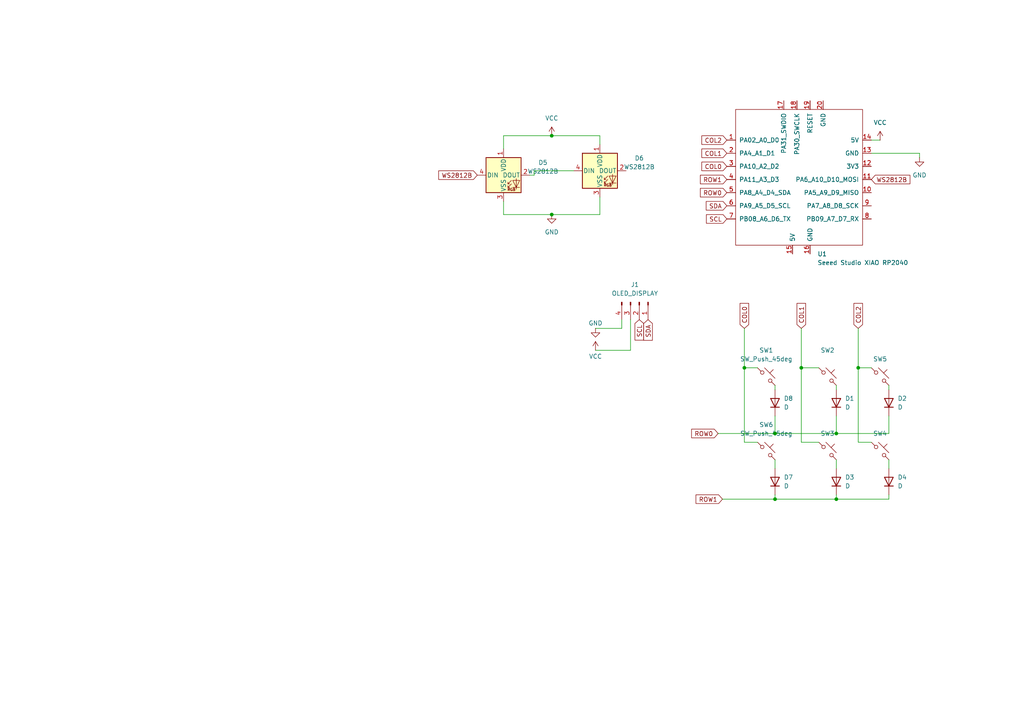
<source format=kicad_sch>
(kicad_sch
	(version 20250114)
	(generator "eeschema")
	(generator_version "9.0")
	(uuid "f65096a5-de36-43ec-a6b8-578e08d6d529")
	(paper "A4")
	(lib_symbols
		(symbol "Connector:Conn_01x04_Pin"
			(pin_names
				(offset 1.016)
				(hide yes)
			)
			(exclude_from_sim no)
			(in_bom yes)
			(on_board yes)
			(property "Reference" "J"
				(at 0 5.08 0)
				(effects
					(font
						(size 1.27 1.27)
					)
				)
			)
			(property "Value" "Conn_01x04_Pin"
				(at 0 -7.62 0)
				(effects
					(font
						(size 1.27 1.27)
					)
				)
			)
			(property "Footprint" ""
				(at 0 0 0)
				(effects
					(font
						(size 1.27 1.27)
					)
					(hide yes)
				)
			)
			(property "Datasheet" "~"
				(at 0 0 0)
				(effects
					(font
						(size 1.27 1.27)
					)
					(hide yes)
				)
			)
			(property "Description" "Generic connector, single row, 01x04, script generated"
				(at 0 0 0)
				(effects
					(font
						(size 1.27 1.27)
					)
					(hide yes)
				)
			)
			(property "ki_locked" ""
				(at 0 0 0)
				(effects
					(font
						(size 1.27 1.27)
					)
				)
			)
			(property "ki_keywords" "connector"
				(at 0 0 0)
				(effects
					(font
						(size 1.27 1.27)
					)
					(hide yes)
				)
			)
			(property "ki_fp_filters" "Connector*:*_1x??_*"
				(at 0 0 0)
				(effects
					(font
						(size 1.27 1.27)
					)
					(hide yes)
				)
			)
			(symbol "Conn_01x04_Pin_1_1"
				(rectangle
					(start 0.8636 2.667)
					(end 0 2.413)
					(stroke
						(width 0.1524)
						(type default)
					)
					(fill
						(type outline)
					)
				)
				(rectangle
					(start 0.8636 0.127)
					(end 0 -0.127)
					(stroke
						(width 0.1524)
						(type default)
					)
					(fill
						(type outline)
					)
				)
				(rectangle
					(start 0.8636 -2.413)
					(end 0 -2.667)
					(stroke
						(width 0.1524)
						(type default)
					)
					(fill
						(type outline)
					)
				)
				(rectangle
					(start 0.8636 -4.953)
					(end 0 -5.207)
					(stroke
						(width 0.1524)
						(type default)
					)
					(fill
						(type outline)
					)
				)
				(polyline
					(pts
						(xy 1.27 2.54) (xy 0.8636 2.54)
					)
					(stroke
						(width 0.1524)
						(type default)
					)
					(fill
						(type none)
					)
				)
				(polyline
					(pts
						(xy 1.27 0) (xy 0.8636 0)
					)
					(stroke
						(width 0.1524)
						(type default)
					)
					(fill
						(type none)
					)
				)
				(polyline
					(pts
						(xy 1.27 -2.54) (xy 0.8636 -2.54)
					)
					(stroke
						(width 0.1524)
						(type default)
					)
					(fill
						(type none)
					)
				)
				(polyline
					(pts
						(xy 1.27 -5.08) (xy 0.8636 -5.08)
					)
					(stroke
						(width 0.1524)
						(type default)
					)
					(fill
						(type none)
					)
				)
				(pin passive line
					(at 5.08 2.54 180)
					(length 3.81)
					(name "Pin_1"
						(effects
							(font
								(size 1.27 1.27)
							)
						)
					)
					(number "1"
						(effects
							(font
								(size 1.27 1.27)
							)
						)
					)
				)
				(pin passive line
					(at 5.08 0 180)
					(length 3.81)
					(name "Pin_2"
						(effects
							(font
								(size 1.27 1.27)
							)
						)
					)
					(number "2"
						(effects
							(font
								(size 1.27 1.27)
							)
						)
					)
				)
				(pin passive line
					(at 5.08 -2.54 180)
					(length 3.81)
					(name "Pin_3"
						(effects
							(font
								(size 1.27 1.27)
							)
						)
					)
					(number "3"
						(effects
							(font
								(size 1.27 1.27)
							)
						)
					)
				)
				(pin passive line
					(at 5.08 -5.08 180)
					(length 3.81)
					(name "Pin_4"
						(effects
							(font
								(size 1.27 1.27)
							)
						)
					)
					(number "4"
						(effects
							(font
								(size 1.27 1.27)
							)
						)
					)
				)
			)
			(embedded_fonts no)
		)
		(symbol "Device:D"
			(pin_numbers
				(hide yes)
			)
			(pin_names
				(offset 1.016)
				(hide yes)
			)
			(exclude_from_sim no)
			(in_bom yes)
			(on_board yes)
			(property "Reference" "D"
				(at 0 2.54 0)
				(effects
					(font
						(size 1.27 1.27)
					)
				)
			)
			(property "Value" "D"
				(at 0 -2.54 0)
				(effects
					(font
						(size 1.27 1.27)
					)
				)
			)
			(property "Footprint" ""
				(at 0 0 0)
				(effects
					(font
						(size 1.27 1.27)
					)
					(hide yes)
				)
			)
			(property "Datasheet" "~"
				(at 0 0 0)
				(effects
					(font
						(size 1.27 1.27)
					)
					(hide yes)
				)
			)
			(property "Description" "Diode"
				(at 0 0 0)
				(effects
					(font
						(size 1.27 1.27)
					)
					(hide yes)
				)
			)
			(property "Sim.Device" "D"
				(at 0 0 0)
				(effects
					(font
						(size 1.27 1.27)
					)
					(hide yes)
				)
			)
			(property "Sim.Pins" "1=K 2=A"
				(at 0 0 0)
				(effects
					(font
						(size 1.27 1.27)
					)
					(hide yes)
				)
			)
			(property "ki_keywords" "diode"
				(at 0 0 0)
				(effects
					(font
						(size 1.27 1.27)
					)
					(hide yes)
				)
			)
			(property "ki_fp_filters" "TO-???* *_Diode_* *SingleDiode* D_*"
				(at 0 0 0)
				(effects
					(font
						(size 1.27 1.27)
					)
					(hide yes)
				)
			)
			(symbol "D_0_1"
				(polyline
					(pts
						(xy -1.27 1.27) (xy -1.27 -1.27)
					)
					(stroke
						(width 0.254)
						(type default)
					)
					(fill
						(type none)
					)
				)
				(polyline
					(pts
						(xy 1.27 1.27) (xy 1.27 -1.27) (xy -1.27 0) (xy 1.27 1.27)
					)
					(stroke
						(width 0.254)
						(type default)
					)
					(fill
						(type none)
					)
				)
				(polyline
					(pts
						(xy 1.27 0) (xy -1.27 0)
					)
					(stroke
						(width 0)
						(type default)
					)
					(fill
						(type none)
					)
				)
			)
			(symbol "D_1_1"
				(pin passive line
					(at -3.81 0 0)
					(length 2.54)
					(name "K"
						(effects
							(font
								(size 1.27 1.27)
							)
						)
					)
					(number "1"
						(effects
							(font
								(size 1.27 1.27)
							)
						)
					)
				)
				(pin passive line
					(at 3.81 0 180)
					(length 2.54)
					(name "A"
						(effects
							(font
								(size 1.27 1.27)
							)
						)
					)
					(number "2"
						(effects
							(font
								(size 1.27 1.27)
							)
						)
					)
				)
			)
			(embedded_fonts no)
		)
		(symbol "LED:WS2812B"
			(pin_names
				(offset 0.254)
			)
			(exclude_from_sim no)
			(in_bom yes)
			(on_board yes)
			(property "Reference" "D"
				(at 5.08 5.715 0)
				(effects
					(font
						(size 1.27 1.27)
					)
					(justify right bottom)
				)
			)
			(property "Value" "WS2812B"
				(at 1.27 -5.715 0)
				(effects
					(font
						(size 1.27 1.27)
					)
					(justify left top)
				)
			)
			(property "Footprint" "LED_SMD:LED_WS2812B_PLCC4_5.0x5.0mm_P3.2mm"
				(at 1.27 -7.62 0)
				(effects
					(font
						(size 1.27 1.27)
					)
					(justify left top)
					(hide yes)
				)
			)
			(property "Datasheet" "https://cdn-shop.adafruit.com/datasheets/WS2812B.pdf"
				(at 2.54 -9.525 0)
				(effects
					(font
						(size 1.27 1.27)
					)
					(justify left top)
					(hide yes)
				)
			)
			(property "Description" "RGB LED with integrated controller"
				(at 0 0 0)
				(effects
					(font
						(size 1.27 1.27)
					)
					(hide yes)
				)
			)
			(property "ki_keywords" "RGB LED NeoPixel addressable"
				(at 0 0 0)
				(effects
					(font
						(size 1.27 1.27)
					)
					(hide yes)
				)
			)
			(property "ki_fp_filters" "LED*WS2812*PLCC*5.0x5.0mm*P3.2mm*"
				(at 0 0 0)
				(effects
					(font
						(size 1.27 1.27)
					)
					(hide yes)
				)
			)
			(symbol "WS2812B_0_0"
				(text "RGB"
					(at 2.286 -4.191 0)
					(effects
						(font
							(size 0.762 0.762)
						)
					)
				)
			)
			(symbol "WS2812B_0_1"
				(polyline
					(pts
						(xy 1.27 -2.54) (xy 1.778 -2.54)
					)
					(stroke
						(width 0)
						(type default)
					)
					(fill
						(type none)
					)
				)
				(polyline
					(pts
						(xy 1.27 -3.556) (xy 1.778 -3.556)
					)
					(stroke
						(width 0)
						(type default)
					)
					(fill
						(type none)
					)
				)
				(polyline
					(pts
						(xy 2.286 -1.524) (xy 1.27 -2.54) (xy 1.27 -2.032)
					)
					(stroke
						(width 0)
						(type default)
					)
					(fill
						(type none)
					)
				)
				(polyline
					(pts
						(xy 2.286 -2.54) (xy 1.27 -3.556) (xy 1.27 -3.048)
					)
					(stroke
						(width 0)
						(type default)
					)
					(fill
						(type none)
					)
				)
				(polyline
					(pts
						(xy 3.683 -1.016) (xy 3.683 -3.556) (xy 3.683 -4.064)
					)
					(stroke
						(width 0)
						(type default)
					)
					(fill
						(type none)
					)
				)
				(polyline
					(pts
						(xy 4.699 -1.524) (xy 2.667 -1.524) (xy 3.683 -3.556) (xy 4.699 -1.524)
					)
					(stroke
						(width 0)
						(type default)
					)
					(fill
						(type none)
					)
				)
				(polyline
					(pts
						(xy 4.699 -3.556) (xy 2.667 -3.556)
					)
					(stroke
						(width 0)
						(type default)
					)
					(fill
						(type none)
					)
				)
				(rectangle
					(start 5.08 5.08)
					(end -5.08 -5.08)
					(stroke
						(width 0.254)
						(type default)
					)
					(fill
						(type background)
					)
				)
			)
			(symbol "WS2812B_1_1"
				(pin input line
					(at -7.62 0 0)
					(length 2.54)
					(name "DIN"
						(effects
							(font
								(size 1.27 1.27)
							)
						)
					)
					(number "4"
						(effects
							(font
								(size 1.27 1.27)
							)
						)
					)
				)
				(pin power_in line
					(at 0 7.62 270)
					(length 2.54)
					(name "VDD"
						(effects
							(font
								(size 1.27 1.27)
							)
						)
					)
					(number "1"
						(effects
							(font
								(size 1.27 1.27)
							)
						)
					)
				)
				(pin power_in line
					(at 0 -7.62 90)
					(length 2.54)
					(name "VSS"
						(effects
							(font
								(size 1.27 1.27)
							)
						)
					)
					(number "3"
						(effects
							(font
								(size 1.27 1.27)
							)
						)
					)
				)
				(pin output line
					(at 7.62 0 180)
					(length 2.54)
					(name "DOUT"
						(effects
							(font
								(size 1.27 1.27)
							)
						)
					)
					(number "2"
						(effects
							(font
								(size 1.27 1.27)
							)
						)
					)
				)
			)
			(embedded_fonts no)
		)
		(symbol "Seeed_Studio_XIAO_Series:Seeed Studio XIAO SAMD21"
			(pin_names
				(offset 1.016)
			)
			(exclude_from_sim no)
			(in_bom yes)
			(on_board yes)
			(property "Reference" "U"
				(at -19.05 22.86 0)
				(effects
					(font
						(size 1.27 1.27)
					)
				)
			)
			(property "Value" "Seeed Studio XIAO SAMD21"
				(at -12.7 21.59 0)
				(effects
					(font
						(size 1.27 1.27)
					)
				)
			)
			(property "Footprint" ""
				(at -8.89 5.08 0)
				(effects
					(font
						(size 1.27 1.27)
					)
					(hide yes)
				)
			)
			(property "Datasheet" ""
				(at -8.89 5.08 0)
				(effects
					(font
						(size 1.27 1.27)
					)
					(hide yes)
				)
			)
			(property "Description" ""
				(at 0 0 0)
				(effects
					(font
						(size 1.27 1.27)
					)
					(hide yes)
				)
			)
			(symbol "Seeed Studio XIAO SAMD21_0_1"
				(rectangle
					(start -19.05 20.32)
					(end 17.78 -19.05)
					(stroke
						(width 0)
						(type default)
					)
					(fill
						(type none)
					)
				)
			)
			(symbol "Seeed Studio XIAO SAMD21_1_1"
				(pin unspecified line
					(at -21.59 11.43 0)
					(length 2.54)
					(name "PA02_A0_D0"
						(effects
							(font
								(size 1.27 1.27)
							)
						)
					)
					(number "1"
						(effects
							(font
								(size 1.27 1.27)
							)
						)
					)
				)
				(pin unspecified line
					(at -21.59 7.62 0)
					(length 2.54)
					(name "PA4_A1_D1"
						(effects
							(font
								(size 1.27 1.27)
							)
						)
					)
					(number "2"
						(effects
							(font
								(size 1.27 1.27)
							)
						)
					)
				)
				(pin unspecified line
					(at -21.59 3.81 0)
					(length 2.54)
					(name "PA10_A2_D2"
						(effects
							(font
								(size 1.27 1.27)
							)
						)
					)
					(number "3"
						(effects
							(font
								(size 1.27 1.27)
							)
						)
					)
				)
				(pin unspecified line
					(at -21.59 0 0)
					(length 2.54)
					(name "PA11_A3_D3"
						(effects
							(font
								(size 1.27 1.27)
							)
						)
					)
					(number "4"
						(effects
							(font
								(size 1.27 1.27)
							)
						)
					)
				)
				(pin unspecified line
					(at -21.59 -3.81 0)
					(length 2.54)
					(name "PA8_A4_D4_SDA"
						(effects
							(font
								(size 1.27 1.27)
							)
						)
					)
					(number "5"
						(effects
							(font
								(size 1.27 1.27)
							)
						)
					)
				)
				(pin unspecified line
					(at -21.59 -7.62 0)
					(length 2.54)
					(name "PA9_A5_D5_SCL"
						(effects
							(font
								(size 1.27 1.27)
							)
						)
					)
					(number "6"
						(effects
							(font
								(size 1.27 1.27)
							)
						)
					)
				)
				(pin unspecified line
					(at -21.59 -11.43 0)
					(length 2.54)
					(name "PB08_A6_D6_TX"
						(effects
							(font
								(size 1.27 1.27)
							)
						)
					)
					(number "7"
						(effects
							(font
								(size 1.27 1.27)
							)
						)
					)
				)
				(pin input line
					(at -5.08 22.86 270)
					(length 2.54)
					(name "PA31_SWDIO"
						(effects
							(font
								(size 1.27 1.27)
							)
						)
					)
					(number "17"
						(effects
							(font
								(size 1.27 1.27)
							)
						)
					)
				)
				(pin input line
					(at -2.54 -21.59 90)
					(length 2.54)
					(name "5V"
						(effects
							(font
								(size 1.27 1.27)
							)
						)
					)
					(number "15"
						(effects
							(font
								(size 1.27 1.27)
							)
						)
					)
				)
				(pin input line
					(at -1.27 22.86 270)
					(length 2.54)
					(name "PA30_SWCLK"
						(effects
							(font
								(size 1.27 1.27)
							)
						)
					)
					(number "18"
						(effects
							(font
								(size 1.27 1.27)
							)
						)
					)
				)
				(pin input line
					(at 2.54 22.86 270)
					(length 2.54)
					(name "RESET"
						(effects
							(font
								(size 1.27 1.27)
							)
						)
					)
					(number "19"
						(effects
							(font
								(size 1.27 1.27)
							)
						)
					)
				)
				(pin input line
					(at 2.54 -21.59 90)
					(length 2.54)
					(name "GND"
						(effects
							(font
								(size 1.27 1.27)
							)
						)
					)
					(number "16"
						(effects
							(font
								(size 1.27 1.27)
							)
						)
					)
				)
				(pin input line
					(at 6.35 22.86 270)
					(length 2.54)
					(name "GND"
						(effects
							(font
								(size 1.27 1.27)
							)
						)
					)
					(number "20"
						(effects
							(font
								(size 1.27 1.27)
							)
						)
					)
				)
				(pin unspecified line
					(at 20.32 11.43 180)
					(length 2.54)
					(name "5V"
						(effects
							(font
								(size 1.27 1.27)
							)
						)
					)
					(number "14"
						(effects
							(font
								(size 1.27 1.27)
							)
						)
					)
				)
				(pin unspecified line
					(at 20.32 7.62 180)
					(length 2.54)
					(name "GND"
						(effects
							(font
								(size 1.27 1.27)
							)
						)
					)
					(number "13"
						(effects
							(font
								(size 1.27 1.27)
							)
						)
					)
				)
				(pin unspecified line
					(at 20.32 3.81 180)
					(length 2.54)
					(name "3V3"
						(effects
							(font
								(size 1.27 1.27)
							)
						)
					)
					(number "12"
						(effects
							(font
								(size 1.27 1.27)
							)
						)
					)
				)
				(pin unspecified line
					(at 20.32 0 180)
					(length 2.54)
					(name "PA6_A10_D10_MOSI"
						(effects
							(font
								(size 1.27 1.27)
							)
						)
					)
					(number "11"
						(effects
							(font
								(size 1.27 1.27)
							)
						)
					)
				)
				(pin unspecified line
					(at 20.32 -3.81 180)
					(length 2.54)
					(name "PA5_A9_D9_MISO"
						(effects
							(font
								(size 1.27 1.27)
							)
						)
					)
					(number "10"
						(effects
							(font
								(size 1.27 1.27)
							)
						)
					)
				)
				(pin unspecified line
					(at 20.32 -7.62 180)
					(length 2.54)
					(name "PA7_A8_D8_SCK"
						(effects
							(font
								(size 1.27 1.27)
							)
						)
					)
					(number "9"
						(effects
							(font
								(size 1.27 1.27)
							)
						)
					)
				)
				(pin unspecified line
					(at 20.32 -11.43 180)
					(length 2.54)
					(name "PB09_A7_D7_RX"
						(effects
							(font
								(size 1.27 1.27)
							)
						)
					)
					(number "8"
						(effects
							(font
								(size 1.27 1.27)
							)
						)
					)
				)
			)
			(embedded_fonts no)
		)
		(symbol "Switch:SW_Push_45deg"
			(pin_numbers
				(hide yes)
			)
			(pin_names
				(offset 1.016)
				(hide yes)
			)
			(exclude_from_sim no)
			(in_bom yes)
			(on_board yes)
			(property "Reference" "SW"
				(at 3.048 1.016 0)
				(effects
					(font
						(size 1.27 1.27)
					)
					(justify left)
				)
			)
			(property "Value" "SW_Push_45deg"
				(at 0 -3.81 0)
				(effects
					(font
						(size 1.27 1.27)
					)
				)
			)
			(property "Footprint" ""
				(at 0 0 0)
				(effects
					(font
						(size 1.27 1.27)
					)
					(hide yes)
				)
			)
			(property "Datasheet" "~"
				(at 0 0 0)
				(effects
					(font
						(size 1.27 1.27)
					)
					(hide yes)
				)
			)
			(property "Description" "Push button switch, normally open, two pins, 45° tilted"
				(at 0 0 0)
				(effects
					(font
						(size 1.27 1.27)
					)
					(hide yes)
				)
			)
			(property "ki_keywords" "switch normally-open pushbutton push-button"
				(at 0 0 0)
				(effects
					(font
						(size 1.27 1.27)
					)
					(hide yes)
				)
			)
			(symbol "SW_Push_45deg_0_1"
				(polyline
					(pts
						(xy -2.54 2.54) (xy -1.524 1.524) (xy -1.524 1.524)
					)
					(stroke
						(width 0)
						(type default)
					)
					(fill
						(type none)
					)
				)
				(circle
					(center -1.1684 1.1684)
					(radius 0.508)
					(stroke
						(width 0)
						(type default)
					)
					(fill
						(type none)
					)
				)
				(polyline
					(pts
						(xy -0.508 2.54) (xy 2.54 -0.508)
					)
					(stroke
						(width 0)
						(type default)
					)
					(fill
						(type none)
					)
				)
				(polyline
					(pts
						(xy 1.016 1.016) (xy 2.032 2.032)
					)
					(stroke
						(width 0)
						(type default)
					)
					(fill
						(type none)
					)
				)
				(circle
					(center 1.143 -1.1938)
					(radius 0.508)
					(stroke
						(width 0)
						(type default)
					)
					(fill
						(type none)
					)
				)
				(polyline
					(pts
						(xy 1.524 -1.524) (xy 2.54 -2.54) (xy 2.54 -2.54) (xy 2.54 -2.54)
					)
					(stroke
						(width 0)
						(type default)
					)
					(fill
						(type none)
					)
				)
				(pin passive line
					(at -2.54 2.54 0)
					(length 0)
					(name "1"
						(effects
							(font
								(size 1.27 1.27)
							)
						)
					)
					(number "1"
						(effects
							(font
								(size 1.27 1.27)
							)
						)
					)
				)
				(pin passive line
					(at 2.54 -2.54 180)
					(length 0)
					(name "2"
						(effects
							(font
								(size 1.27 1.27)
							)
						)
					)
					(number "2"
						(effects
							(font
								(size 1.27 1.27)
							)
						)
					)
				)
			)
			(embedded_fonts no)
		)
		(symbol "power:GND"
			(power)
			(pin_numbers
				(hide yes)
			)
			(pin_names
				(offset 0)
				(hide yes)
			)
			(exclude_from_sim no)
			(in_bom yes)
			(on_board yes)
			(property "Reference" "#PWR"
				(at 0 -6.35 0)
				(effects
					(font
						(size 1.27 1.27)
					)
					(hide yes)
				)
			)
			(property "Value" "GND"
				(at 0 -3.81 0)
				(effects
					(font
						(size 1.27 1.27)
					)
				)
			)
			(property "Footprint" ""
				(at 0 0 0)
				(effects
					(font
						(size 1.27 1.27)
					)
					(hide yes)
				)
			)
			(property "Datasheet" ""
				(at 0 0 0)
				(effects
					(font
						(size 1.27 1.27)
					)
					(hide yes)
				)
			)
			(property "Description" "Power symbol creates a global label with name \"GND\" , ground"
				(at 0 0 0)
				(effects
					(font
						(size 1.27 1.27)
					)
					(hide yes)
				)
			)
			(property "ki_keywords" "global power"
				(at 0 0 0)
				(effects
					(font
						(size 1.27 1.27)
					)
					(hide yes)
				)
			)
			(symbol "GND_0_1"
				(polyline
					(pts
						(xy 0 0) (xy 0 -1.27) (xy 1.27 -1.27) (xy 0 -2.54) (xy -1.27 -1.27) (xy 0 -1.27)
					)
					(stroke
						(width 0)
						(type default)
					)
					(fill
						(type none)
					)
				)
			)
			(symbol "GND_1_1"
				(pin power_in line
					(at 0 0 270)
					(length 0)
					(name "~"
						(effects
							(font
								(size 1.27 1.27)
							)
						)
					)
					(number "1"
						(effects
							(font
								(size 1.27 1.27)
							)
						)
					)
				)
			)
			(embedded_fonts no)
		)
		(symbol "power:VCC"
			(power)
			(pin_numbers
				(hide yes)
			)
			(pin_names
				(offset 0)
				(hide yes)
			)
			(exclude_from_sim no)
			(in_bom yes)
			(on_board yes)
			(property "Reference" "#PWR"
				(at 0 -3.81 0)
				(effects
					(font
						(size 1.27 1.27)
					)
					(hide yes)
				)
			)
			(property "Value" "VCC"
				(at 0 3.556 0)
				(effects
					(font
						(size 1.27 1.27)
					)
				)
			)
			(property "Footprint" ""
				(at 0 0 0)
				(effects
					(font
						(size 1.27 1.27)
					)
					(hide yes)
				)
			)
			(property "Datasheet" ""
				(at 0 0 0)
				(effects
					(font
						(size 1.27 1.27)
					)
					(hide yes)
				)
			)
			(property "Description" "Power symbol creates a global label with name \"VCC\""
				(at 0 0 0)
				(effects
					(font
						(size 1.27 1.27)
					)
					(hide yes)
				)
			)
			(property "ki_keywords" "global power"
				(at 0 0 0)
				(effects
					(font
						(size 1.27 1.27)
					)
					(hide yes)
				)
			)
			(symbol "VCC_0_1"
				(polyline
					(pts
						(xy -0.762 1.27) (xy 0 2.54)
					)
					(stroke
						(width 0)
						(type default)
					)
					(fill
						(type none)
					)
				)
				(polyline
					(pts
						(xy 0 2.54) (xy 0.762 1.27)
					)
					(stroke
						(width 0)
						(type default)
					)
					(fill
						(type none)
					)
				)
				(polyline
					(pts
						(xy 0 0) (xy 0 2.54)
					)
					(stroke
						(width 0)
						(type default)
					)
					(fill
						(type none)
					)
				)
			)
			(symbol "VCC_1_1"
				(pin power_in line
					(at 0 0 90)
					(length 0)
					(name "~"
						(effects
							(font
								(size 1.27 1.27)
							)
						)
					)
					(number "1"
						(effects
							(font
								(size 1.27 1.27)
							)
						)
					)
				)
			)
			(embedded_fonts no)
		)
	)
	(junction
		(at 160.02 62.23)
		(diameter 0)
		(color 0 0 0 0)
		(uuid "1131c3a5-c5ad-4ed6-825a-100f2752ad31")
	)
	(junction
		(at 215.9 106.68)
		(diameter 0)
		(color 0 0 0 0)
		(uuid "13e55405-9989-4986-abcb-0d4fdbf7ed53")
	)
	(junction
		(at 232.41 106.68)
		(diameter 0)
		(color 0 0 0 0)
		(uuid "37c7f11f-290d-4b66-970f-b5f2e208766e")
	)
	(junction
		(at 242.57 144.78)
		(diameter 0)
		(color 0 0 0 0)
		(uuid "45946aab-8078-4a75-9bdd-cc4c0a109148")
	)
	(junction
		(at 224.79 125.73)
		(diameter 0)
		(color 0 0 0 0)
		(uuid "85c7cf44-2e1d-4349-adba-575bcd6e5663")
	)
	(junction
		(at 160.02 39.37)
		(diameter 0)
		(color 0 0 0 0)
		(uuid "b3675639-fac4-47b0-a35a-cf2ddb75364a")
	)
	(junction
		(at 224.79 144.78)
		(diameter 0)
		(color 0 0 0 0)
		(uuid "c739ca91-d14b-414b-b72d-79dc87b6be30")
	)
	(junction
		(at 242.57 125.73)
		(diameter 0)
		(color 0 0 0 0)
		(uuid "ebffbc91-4ee1-4444-b07e-800aabc9223a")
	)
	(junction
		(at 248.92 106.68)
		(diameter 0)
		(color 0 0 0 0)
		(uuid "fe8db776-b097-4e18-8b84-f25219d893f2")
	)
	(wire
		(pts
			(xy 173.99 39.37) (xy 160.02 39.37)
		)
		(stroke
			(width 0)
			(type default)
		)
		(uuid "00b21589-b23f-4744-9b8c-95fb632b5ab2")
	)
	(wire
		(pts
			(xy 146.05 39.37) (xy 146.05 43.18)
		)
		(stroke
			(width 0)
			(type default)
		)
		(uuid "02e9e8ef-a036-4ca1-b457-281052838b94")
	)
	(wire
		(pts
			(xy 242.57 135.89) (xy 242.57 133.35)
		)
		(stroke
			(width 0)
			(type default)
		)
		(uuid "03b9eb9b-c2ba-43d5-be4b-92061465a6bb")
	)
	(wire
		(pts
			(xy 215.9 106.68) (xy 219.71 106.68)
		)
		(stroke
			(width 0)
			(type default)
		)
		(uuid "0a0fc8af-21d6-4786-8009-29f2a7c5bfac")
	)
	(wire
		(pts
			(xy 224.79 111.76) (xy 224.79 113.03)
		)
		(stroke
			(width 0)
			(type default)
		)
		(uuid "0f1b4225-6695-4d6e-b4f5-898bbe68eea4")
	)
	(wire
		(pts
			(xy 160.02 62.23) (xy 173.99 62.23)
		)
		(stroke
			(width 0)
			(type default)
		)
		(uuid "0f3fc842-73d5-498e-b15a-656899afd12f")
	)
	(wire
		(pts
			(xy 154.94 49.53) (xy 166.37 49.53)
		)
		(stroke
			(width 0)
			(type default)
		)
		(uuid "26321049-bc26-4d3b-801d-3e3308d23b92")
	)
	(wire
		(pts
			(xy 182.88 101.6) (xy 182.88 92.71)
		)
		(stroke
			(width 0)
			(type default)
		)
		(uuid "27e9ee66-67bc-44cd-a91b-bc05fc64a9fd")
	)
	(wire
		(pts
			(xy 208.28 125.73) (xy 224.79 125.73)
		)
		(stroke
			(width 0)
			(type default)
		)
		(uuid "2a475eef-db4d-4a98-9e09-ece22899fed5")
	)
	(wire
		(pts
			(xy 248.92 106.68) (xy 252.73 106.68)
		)
		(stroke
			(width 0)
			(type default)
		)
		(uuid "33cd08d1-e5ad-41c5-9046-900bdcac977e")
	)
	(wire
		(pts
			(xy 257.81 133.35) (xy 257.81 135.89)
		)
		(stroke
			(width 0)
			(type default)
		)
		(uuid "3670268e-0cb1-4c22-9ccb-e9786097a9d0")
	)
	(wire
		(pts
			(xy 180.34 95.25) (xy 180.34 92.71)
		)
		(stroke
			(width 0)
			(type default)
		)
		(uuid "3ca0de1c-0669-4620-9ad0-86102cafbde7")
	)
	(wire
		(pts
			(xy 242.57 120.65) (xy 242.57 125.73)
		)
		(stroke
			(width 0)
			(type default)
		)
		(uuid "48be3294-b588-4d69-b38c-5eb95bfce84a")
	)
	(wire
		(pts
			(xy 224.79 125.73) (xy 242.57 125.73)
		)
		(stroke
			(width 0)
			(type default)
		)
		(uuid "4f6a0653-4bab-4a14-b7de-ea2f7e804862")
	)
	(wire
		(pts
			(xy 173.99 57.15) (xy 173.99 62.23)
		)
		(stroke
			(width 0)
			(type default)
		)
		(uuid "50410ab8-70ba-41ab-9e2e-456f66b7836a")
	)
	(wire
		(pts
			(xy 252.73 44.45) (xy 266.7 44.45)
		)
		(stroke
			(width 0)
			(type default)
		)
		(uuid "6cd1e053-7841-44e1-9c2c-7a48f7fb929e")
	)
	(wire
		(pts
			(xy 224.79 120.65) (xy 224.79 125.73)
		)
		(stroke
			(width 0)
			(type default)
		)
		(uuid "6e1dd21a-26ee-4ebf-9bfa-75f6fc9feb6a")
	)
	(wire
		(pts
			(xy 242.57 113.03) (xy 242.57 111.76)
		)
		(stroke
			(width 0)
			(type default)
		)
		(uuid "6e963e89-386e-43ca-bc59-2a4a562abcbe")
	)
	(wire
		(pts
			(xy 215.9 106.68) (xy 215.9 128.27)
		)
		(stroke
			(width 0)
			(type default)
		)
		(uuid "6fb52c4d-6c4e-4e92-9d21-67641f2657b4")
	)
	(wire
		(pts
			(xy 224.79 133.35) (xy 224.79 135.89)
		)
		(stroke
			(width 0)
			(type default)
		)
		(uuid "7005b748-4044-496a-9525-5927367cef87")
	)
	(wire
		(pts
			(xy 209.55 144.78) (xy 224.79 144.78)
		)
		(stroke
			(width 0)
			(type default)
		)
		(uuid "72a5d498-502b-463a-a129-268866b318e6")
	)
	(wire
		(pts
			(xy 146.05 39.37) (xy 160.02 39.37)
		)
		(stroke
			(width 0)
			(type default)
		)
		(uuid "7447be66-6e08-4db9-adcf-017d343c93bf")
	)
	(wire
		(pts
			(xy 242.57 143.51) (xy 242.57 144.78)
		)
		(stroke
			(width 0)
			(type default)
		)
		(uuid "7c1aea18-d09f-493e-b3d6-8e21bb2716aa")
	)
	(wire
		(pts
			(xy 154.94 50.8) (xy 154.94 49.53)
		)
		(stroke
			(width 0)
			(type default)
		)
		(uuid "7dcb5726-6c11-4766-8881-01703cf37a3c")
	)
	(wire
		(pts
			(xy 232.41 128.27) (xy 237.49 128.27)
		)
		(stroke
			(width 0)
			(type default)
		)
		(uuid "824b6a55-97ce-41ed-909a-86d776972502")
	)
	(wire
		(pts
			(xy 257.81 120.65) (xy 257.81 125.73)
		)
		(stroke
			(width 0)
			(type default)
		)
		(uuid "86015a15-8535-4ba2-ae9c-a58230682e33")
	)
	(wire
		(pts
			(xy 153.67 50.8) (xy 154.94 50.8)
		)
		(stroke
			(width 0)
			(type default)
		)
		(uuid "9289b863-d48d-457c-aab4-a80ba9718ed9")
	)
	(wire
		(pts
			(xy 252.73 40.64) (xy 255.27 40.64)
		)
		(stroke
			(width 0)
			(type default)
		)
		(uuid "9502c250-24f1-4e92-b094-bc0f4d7ceba2")
	)
	(wire
		(pts
			(xy 266.7 45.72) (xy 266.7 44.45)
		)
		(stroke
			(width 0)
			(type default)
		)
		(uuid "9ab3f56d-c25f-4d67-8fa5-9cbdbcf1bc42")
	)
	(wire
		(pts
			(xy 224.79 144.78) (xy 242.57 144.78)
		)
		(stroke
			(width 0)
			(type default)
		)
		(uuid "9ad2f978-d907-4055-a48b-269227ad6764")
	)
	(wire
		(pts
			(xy 173.99 39.37) (xy 173.99 41.91)
		)
		(stroke
			(width 0)
			(type default)
		)
		(uuid "9ff2fff2-074a-4a8c-a497-f8c7d0c1ba15")
	)
	(wire
		(pts
			(xy 248.92 128.27) (xy 252.73 128.27)
		)
		(stroke
			(width 0)
			(type default)
		)
		(uuid "a145abca-fc12-4534-92d4-6f58ee60264c")
	)
	(wire
		(pts
			(xy 232.41 95.25) (xy 232.41 106.68)
		)
		(stroke
			(width 0)
			(type default)
		)
		(uuid "a4052bae-5c2a-4b62-942a-edd6f21dc490")
	)
	(wire
		(pts
			(xy 172.72 95.25) (xy 180.34 95.25)
		)
		(stroke
			(width 0)
			(type default)
		)
		(uuid "a441c3f0-4ce1-49c2-ad9e-3ac809a5ea61")
	)
	(wire
		(pts
			(xy 172.72 101.6) (xy 182.88 101.6)
		)
		(stroke
			(width 0)
			(type default)
		)
		(uuid "a5a7a790-5f76-4094-86bd-76c2459df03f")
	)
	(wire
		(pts
			(xy 232.41 106.68) (xy 237.49 106.68)
		)
		(stroke
			(width 0)
			(type default)
		)
		(uuid "a6cc478b-4bef-4e09-9d03-37ed5bdc68d6")
	)
	(wire
		(pts
			(xy 242.57 125.73) (xy 257.81 125.73)
		)
		(stroke
			(width 0)
			(type default)
		)
		(uuid "ad19a82c-6cba-433f-b380-b86f8f40f95c")
	)
	(wire
		(pts
			(xy 146.05 62.23) (xy 160.02 62.23)
		)
		(stroke
			(width 0)
			(type default)
		)
		(uuid "b317b321-064c-4088-a17f-de78661a28b7")
	)
	(wire
		(pts
			(xy 215.9 95.25) (xy 215.9 106.68)
		)
		(stroke
			(width 0)
			(type default)
		)
		(uuid "bd107de8-6874-4c38-a3ab-abcd9d506ae1")
	)
	(wire
		(pts
			(xy 219.71 128.27) (xy 215.9 128.27)
		)
		(stroke
			(width 0)
			(type default)
		)
		(uuid "c33bd6bb-d515-4f9b-8336-4569c1f8f20d")
	)
	(wire
		(pts
			(xy 232.41 106.68) (xy 232.41 128.27)
		)
		(stroke
			(width 0)
			(type default)
		)
		(uuid "c412fa36-3b7f-4722-a0e7-52092190cf2a")
	)
	(wire
		(pts
			(xy 224.79 143.51) (xy 224.79 144.78)
		)
		(stroke
			(width 0)
			(type default)
		)
		(uuid "ceb27578-d8e9-4474-aa21-15c1c30fca58")
	)
	(wire
		(pts
			(xy 242.57 144.78) (xy 257.81 144.78)
		)
		(stroke
			(width 0)
			(type default)
		)
		(uuid "cfd60499-d396-4b8b-aed6-04d389683146")
	)
	(wire
		(pts
			(xy 257.81 111.76) (xy 257.81 113.03)
		)
		(stroke
			(width 0)
			(type default)
		)
		(uuid "d9f3096e-9618-4ca1-8244-8138d95386d0")
	)
	(wire
		(pts
			(xy 257.81 144.78) (xy 257.81 143.51)
		)
		(stroke
			(width 0)
			(type default)
		)
		(uuid "e8948641-b63b-4b21-a4d7-87ef8810acc7")
	)
	(wire
		(pts
			(xy 248.92 106.68) (xy 248.92 95.25)
		)
		(stroke
			(width 0)
			(type default)
		)
		(uuid "ec1a37c9-432d-4905-b44d-2dd694d2b5da")
	)
	(wire
		(pts
			(xy 248.92 106.68) (xy 248.92 128.27)
		)
		(stroke
			(width 0)
			(type default)
		)
		(uuid "f3c863a6-bd54-47cd-87d3-8df73a829d16")
	)
	(wire
		(pts
			(xy 146.05 62.23) (xy 146.05 58.42)
		)
		(stroke
			(width 0)
			(type default)
		)
		(uuid "fcf3b991-1aba-4a25-bd93-59578eb54bb3")
	)
	(global_label "WS2812B"
		(shape input)
		(at 138.43 50.8 180)
		(effects
			(font
				(size 1.27 1.27)
			)
			(justify right)
		)
		(uuid "0a2326af-e1f4-46b0-879d-1d0f1c10153f")
		(property "Intersheetrefs" "${INTERSHEET_REFS}"
			(at 130.4859 50.8 0)
			(effects
				(font
					(size 1.27 1.27)
				)
				(justify right)
				(hide yes)
			)
		)
	)
	(global_label "ROW0"
		(shape input)
		(at 210.82 55.88 180)
		(fields_autoplaced yes)
		(effects
			(font
				(size 1.27 1.27)
			)
			(justify right)
		)
		(uuid "1a0fbe08-0f11-41f8-a37d-cc30c1d0c506")
		(property "Intersheetrefs" "${INTERSHEET_REFS}"
			(at 202.5734 55.88 0)
			(effects
				(font
					(size 1.27 1.27)
				)
				(justify right)
				(hide yes)
			)
		)
	)
	(global_label "SDA"
		(shape input)
		(at 210.82 59.69 180)
		(fields_autoplaced yes)
		(effects
			(font
				(size 1.27 1.27)
			)
			(justify right)
		)
		(uuid "235369f6-a8e4-4723-8cf2-71eabb6081bb")
		(property "Intersheetrefs" "${INTERSHEET_REFS}"
			(at 204.2667 59.69 0)
			(effects
				(font
					(size 1.27 1.27)
				)
				(justify right)
				(hide yes)
			)
		)
	)
	(global_label "WS2812B"
		(shape input)
		(at 252.73 52.07 0)
		(fields_autoplaced yes)
		(effects
			(font
				(size 1.27 1.27)
			)
			(justify left)
		)
		(uuid "35ab4ebe-2eb2-4339-b8e5-1fd7bc8db853")
		(property "Intersheetrefs" "${INTERSHEET_REFS}"
			(at 264.4841 52.07 0)
			(effects
				(font
					(size 1.27 1.27)
				)
				(justify left)
				(hide yes)
			)
		)
	)
	(global_label "SCL"
		(shape input)
		(at 210.82 63.5 180)
		(fields_autoplaced yes)
		(effects
			(font
				(size 1.27 1.27)
			)
			(justify right)
		)
		(uuid "37dd0659-a5ea-48fb-b204-2b8567fa3086")
		(property "Intersheetrefs" "${INTERSHEET_REFS}"
			(at 204.3272 63.5 0)
			(effects
				(font
					(size 1.27 1.27)
				)
				(justify right)
				(hide yes)
			)
		)
	)
	(global_label "ROW1"
		(shape input)
		(at 210.82 52.07 180)
		(fields_autoplaced yes)
		(effects
			(font
				(size 1.27 1.27)
			)
			(justify right)
		)
		(uuid "4c94e44b-aa0d-46fd-b65d-d46d35ef7a6f")
		(property "Intersheetrefs" "${INTERSHEET_REFS}"
			(at 202.5734 52.07 0)
			(effects
				(font
					(size 1.27 1.27)
				)
				(justify right)
				(hide yes)
			)
		)
	)
	(global_label "COL0"
		(shape input)
		(at 210.82 48.26 180)
		(fields_autoplaced yes)
		(effects
			(font
				(size 1.27 1.27)
			)
			(justify right)
		)
		(uuid "61181498-12c7-48f4-814a-33fbbe7d570f")
		(property "Intersheetrefs" "${INTERSHEET_REFS}"
			(at 202.9967 48.26 0)
			(effects
				(font
					(size 1.27 1.27)
				)
				(justify right)
				(hide yes)
			)
		)
	)
	(global_label "COL2"
		(shape input)
		(at 210.82 40.64 180)
		(fields_autoplaced yes)
		(effects
			(font
				(size 1.27 1.27)
			)
			(justify right)
		)
		(uuid "753ea37a-4fba-4b54-ac35-f053470fb2b4")
		(property "Intersheetrefs" "${INTERSHEET_REFS}"
			(at 202.9967 40.64 0)
			(effects
				(font
					(size 1.27 1.27)
				)
				(justify right)
				(hide yes)
			)
		)
	)
	(global_label "ROW0"
		(shape input)
		(at 208.28 125.73 180)
		(fields_autoplaced yes)
		(effects
			(font
				(size 1.27 1.27)
			)
			(justify right)
		)
		(uuid "7d013854-3cce-46e7-9b2e-fac021432729")
		(property "Intersheetrefs" "${INTERSHEET_REFS}"
			(at 200.0334 125.73 0)
			(effects
				(font
					(size 1.27 1.27)
				)
				(justify right)
				(hide yes)
			)
		)
	)
	(global_label "COL0"
		(shape input)
		(at 215.9 95.25 90)
		(fields_autoplaced yes)
		(effects
			(font
				(size 1.27 1.27)
			)
			(justify left)
		)
		(uuid "85bf0abc-f662-475e-8589-d6d5f0b3c182")
		(property "Intersheetrefs" "${INTERSHEET_REFS}"
			(at 215.9 87.4267 90)
			(effects
				(font
					(size 1.27 1.27)
				)
				(justify left)
				(hide yes)
			)
		)
	)
	(global_label "SDA"
		(shape input)
		(at 187.96 92.71 270)
		(fields_autoplaced yes)
		(effects
			(font
				(size 1.27 1.27)
			)
			(justify right)
		)
		(uuid "8a7f5db0-8a71-48c7-8006-63b615ddf104")
		(property "Intersheetrefs" "${INTERSHEET_REFS}"
			(at 187.96 99.2633 90)
			(effects
				(font
					(size 1.27 1.27)
				)
				(justify right)
				(hide yes)
			)
		)
	)
	(global_label "COL2"
		(shape input)
		(at 248.92 95.25 90)
		(fields_autoplaced yes)
		(effects
			(font
				(size 1.27 1.27)
			)
			(justify left)
		)
		(uuid "8aebd3f0-a90e-4c05-92a0-8bbdd9fd1005")
		(property "Intersheetrefs" "${INTERSHEET_REFS}"
			(at 248.92 87.4267 90)
			(effects
				(font
					(size 1.27 1.27)
				)
				(justify left)
				(hide yes)
			)
		)
	)
	(global_label "ROW1"
		(shape input)
		(at 209.55 144.78 180)
		(fields_autoplaced yes)
		(effects
			(font
				(size 1.27 1.27)
			)
			(justify right)
		)
		(uuid "a5c46007-f373-4617-a8c5-f5f24475f36b")
		(property "Intersheetrefs" "${INTERSHEET_REFS}"
			(at 201.3034 144.78 0)
			(effects
				(font
					(size 1.27 1.27)
				)
				(justify right)
				(hide yes)
			)
		)
	)
	(global_label "COL1"
		(shape input)
		(at 210.82 44.45 180)
		(fields_autoplaced yes)
		(effects
			(font
				(size 1.27 1.27)
			)
			(justify right)
		)
		(uuid "abcab46d-5d12-4549-9e0a-b24b2928177d")
		(property "Intersheetrefs" "${INTERSHEET_REFS}"
			(at 202.9967 44.45 0)
			(effects
				(font
					(size 1.27 1.27)
				)
				(justify right)
				(hide yes)
			)
		)
	)
	(global_label "COL1"
		(shape input)
		(at 232.41 95.25 90)
		(fields_autoplaced yes)
		(effects
			(font
				(size 1.27 1.27)
			)
			(justify left)
		)
		(uuid "d3c4c607-1aba-4de5-8913-8b4050c4f901")
		(property "Intersheetrefs" "${INTERSHEET_REFS}"
			(at 232.41 87.4267 90)
			(effects
				(font
					(size 1.27 1.27)
				)
				(justify left)
				(hide yes)
			)
		)
	)
	(global_label "SCL"
		(shape input)
		(at 185.42 92.71 270)
		(fields_autoplaced yes)
		(effects
			(font
				(size 1.27 1.27)
			)
			(justify right)
		)
		(uuid "d4fe518f-0f70-41cb-8e70-b847d3d8b7b5")
		(property "Intersheetrefs" "${INTERSHEET_REFS}"
			(at 185.42 99.2028 90)
			(effects
				(font
					(size 1.27 1.27)
				)
				(justify right)
				(hide yes)
			)
		)
	)
	(symbol
		(lib_id "Device:D")
		(at 257.81 116.84 90)
		(unit 1)
		(exclude_from_sim no)
		(in_bom yes)
		(on_board yes)
		(dnp no)
		(fields_autoplaced yes)
		(uuid "1b8111b6-5ee1-4967-ad71-226bcdc46624")
		(property "Reference" "D2"
			(at 260.35 115.5699 90)
			(effects
				(font
					(size 1.27 1.27)
				)
				(justify right)
			)
		)
		(property "Value" "D"
			(at 260.35 118.1099 90)
			(effects
				(font
					(size 1.27 1.27)
				)
				(justify right)
			)
		)
		(property "Footprint" "Diode_THT:D_DO-35_SOD27_P7.62mm_Horizontal"
			(at 257.81 116.84 0)
			(effects
				(font
					(size 1.27 1.27)
				)
				(hide yes)
			)
		)
		(property "Datasheet" "~"
			(at 257.81 116.84 0)
			(effects
				(font
					(size 1.27 1.27)
				)
				(hide yes)
			)
		)
		(property "Description" "Diode"
			(at 257.81 116.84 0)
			(effects
				(font
					(size 1.27 1.27)
				)
				(hide yes)
			)
		)
		(property "Sim.Device" "D"
			(at 257.81 116.84 0)
			(effects
				(font
					(size 1.27 1.27)
				)
				(hide yes)
			)
		)
		(property "Sim.Pins" "1=K 2=A"
			(at 257.81 116.84 0)
			(effects
				(font
					(size 1.27 1.27)
				)
				(hide yes)
			)
		)
		(pin "2"
			(uuid "98bc29af-8231-4192-a8c9-f222a8739fe8")
		)
		(pin "1"
			(uuid "a7173550-edc6-4d70-b699-db4675a29b3c")
		)
		(instances
			(project "sigmapad_pcb.kicad_pro"
				(path "/f65096a5-de36-43ec-a6b8-578e08d6d529"
					(reference "D2")
					(unit 1)
				)
			)
		)
	)
	(symbol
		(lib_id "Seeed_Studio_XIAO_Series:Seeed Studio XIAO SAMD21")
		(at 232.41 52.07 0)
		(unit 1)
		(exclude_from_sim no)
		(in_bom yes)
		(on_board yes)
		(dnp no)
		(fields_autoplaced yes)
		(uuid "2ff0ac81-a7cc-4949-89ae-1b7dcceb15ad")
		(property "Reference" "U1"
			(at 237.0933 73.66 0)
			(effects
				(font
					(size 1.27 1.27)
				)
				(justify left)
			)
		)
		(property "Value" "Seeed Studio XIAO RP2040"
			(at 237.0933 76.2 0)
			(effects
				(font
					(size 1.27 1.27)
				)
				(justify left)
			)
		)
		(property "Footprint" "Seeed Studio XIAO Series Library:XIAO-RP2040-SMD"
			(at 223.52 46.99 0)
			(effects
				(font
					(size 1.27 1.27)
				)
				(hide yes)
			)
		)
		(property "Datasheet" ""
			(at 223.52 46.99 0)
			(effects
				(font
					(size 1.27 1.27)
				)
				(hide yes)
			)
		)
		(property "Description" ""
			(at 232.41 52.07 0)
			(effects
				(font
					(size 1.27 1.27)
				)
				(hide yes)
			)
		)
		(pin "7"
			(uuid "2cf73d7b-18a0-48c0-b6ad-7c578d09a159")
		)
		(pin "3"
			(uuid "d07d5f8b-6234-4c7c-9554-3539b1910769")
		)
		(pin "18"
			(uuid "f29c953d-95ef-4751-b43d-e9022acba5a3")
		)
		(pin "5"
			(uuid "940e1e3b-6745-433b-98c4-df3cc3ee0818")
		)
		(pin "19"
			(uuid "59ad9cb1-0439-4ec9-8023-e2ec1800c06a")
		)
		(pin "4"
			(uuid "6f6d7858-79ab-430f-88d1-f9eff74f2f95")
		)
		(pin "20"
			(uuid "7e516b80-9b93-4a5f-8cf4-f3705d76716b")
		)
		(pin "17"
			(uuid "9ff7777d-7d6f-4fc1-9409-4ba7711cc678")
		)
		(pin "2"
			(uuid "3b18361b-457d-4224-b828-6a04fbdede9e")
		)
		(pin "6"
			(uuid "02bb43ed-ec8b-463e-bb2e-8e956bf74f09")
		)
		(pin "8"
			(uuid "ba7bee5a-e499-4167-b982-e88276709a7f")
		)
		(pin "1"
			(uuid "138e4a3c-7918-4fa2-a9d3-6ab057c0b93c")
		)
		(pin "10"
			(uuid "f0d99179-ebca-4d62-af5a-f4bfff460f1b")
		)
		(pin "11"
			(uuid "3973656c-72bb-4713-87eb-2c53ef56d0bd")
		)
		(pin "15"
			(uuid "3d1ff4e6-1d59-4cd8-bbd4-79d1542fd833")
		)
		(pin "12"
			(uuid "a9412a99-0b7c-470a-a906-70bae6856b89")
		)
		(pin "13"
			(uuid "18206cf8-f68b-4910-b4b8-f569f9a5c471")
		)
		(pin "14"
			(uuid "edbf9be2-6ce3-43a7-8c35-0f4b6934746a")
		)
		(pin "9"
			(uuid "c01d0072-e5e8-4381-89ee-5924e6ee3e68")
		)
		(pin "16"
			(uuid "49d79189-914a-45cc-938e-6949774ef2a9")
		)
		(instances
			(project "sigmapad_pcb.kicad_pro"
				(path "/f65096a5-de36-43ec-a6b8-578e08d6d529"
					(reference "U1")
					(unit 1)
				)
			)
		)
	)
	(symbol
		(lib_id "power:GND")
		(at 172.72 95.25 0)
		(unit 1)
		(exclude_from_sim no)
		(in_bom yes)
		(on_board yes)
		(dnp no)
		(uuid "3ce3ec76-219b-49ca-a4aa-519bd6991a20")
		(property "Reference" "#PWR04"
			(at 172.72 101.6 0)
			(effects
				(font
					(size 1.27 1.27)
				)
				(hide yes)
			)
		)
		(property "Value" "GND"
			(at 172.72 93.726 0)
			(effects
				(font
					(size 1.27 1.27)
				)
			)
		)
		(property "Footprint" ""
			(at 172.72 95.25 0)
			(effects
				(font
					(size 1.27 1.27)
				)
				(hide yes)
			)
		)
		(property "Datasheet" ""
			(at 172.72 95.25 0)
			(effects
				(font
					(size 1.27 1.27)
				)
				(hide yes)
			)
		)
		(property "Description" "Power symbol creates a global label with name \"GND\" , ground"
			(at 172.72 95.25 0)
			(effects
				(font
					(size 1.27 1.27)
				)
				(hide yes)
			)
		)
		(pin "1"
			(uuid "75a45ce0-0251-4344-af0a-7097ea942cfb")
		)
		(instances
			(project "sigmapad_pcb.kicad_pro"
				(path "/f65096a5-de36-43ec-a6b8-578e08d6d529"
					(reference "#PWR04")
					(unit 1)
				)
			)
		)
	)
	(symbol
		(lib_id "LED:WS2812B")
		(at 173.99 49.53 0)
		(unit 1)
		(exclude_from_sim no)
		(in_bom yes)
		(on_board yes)
		(dnp no)
		(fields_autoplaced yes)
		(uuid "43612a65-c721-4ebd-be2c-baea73666282")
		(property "Reference" "D6"
			(at 185.42 45.882 0)
			(effects
				(font
					(size 1.27 1.27)
				)
			)
		)
		(property "Value" "WS2812B"
			(at 185.42 48.422 0)
			(effects
				(font
					(size 1.27 1.27)
				)
			)
		)
		(property "Footprint" "LED_SMD:LED_WS2812B_PLCC4_5.0x5.0mm_P3.2mm"
			(at 175.26 57.15 0)
			(effects
				(font
					(size 1.27 1.27)
				)
				(justify left top)
				(hide yes)
			)
		)
		(property "Datasheet" "https://cdn-shop.adafruit.com/datasheets/WS2812B.pdf"
			(at 176.53 59.055 0)
			(effects
				(font
					(size 1.27 1.27)
				)
				(justify left top)
				(hide yes)
			)
		)
		(property "Description" "RGB LED with integrated controller"
			(at 173.99 49.53 0)
			(effects
				(font
					(size 1.27 1.27)
				)
				(hide yes)
			)
		)
		(pin "1"
			(uuid "9a720086-1217-4d94-a158-81b4ca48b3eb")
		)
		(pin "2"
			(uuid "9ecc52d0-4440-4131-ad7e-c16ca1532f22")
		)
		(pin "3"
			(uuid "e6a10253-7863-4a29-bdbe-226b910334df")
		)
		(pin "4"
			(uuid "5a35e91c-fc08-44c7-9f4e-a7db4eb49d97")
		)
		(instances
			(project "sigmapad_pcb.kicad_pro"
				(path "/f65096a5-de36-43ec-a6b8-578e08d6d529"
					(reference "D6")
					(unit 1)
				)
			)
		)
	)
	(symbol
		(lib_id "Switch:SW_Push_45deg")
		(at 222.25 130.81 0)
		(unit 1)
		(exclude_from_sim no)
		(in_bom yes)
		(on_board yes)
		(dnp no)
		(fields_autoplaced yes)
		(uuid "4b576d89-f844-43ed-9906-2474fd561760")
		(property "Reference" "SW6"
			(at 222.25 123.19 0)
			(effects
				(font
					(size 1.27 1.27)
				)
			)
		)
		(property "Value" "SW_Push_45deg"
			(at 222.25 125.73 0)
			(effects
				(font
					(size 1.27 1.27)
				)
			)
		)
		(property "Footprint" "MX_Solderable:MX-Solderable-1U"
			(at 222.25 130.81 0)
			(effects
				(font
					(size 1.27 1.27)
				)
				(hide yes)
			)
		)
		(property "Datasheet" "~"
			(at 222.25 130.81 0)
			(effects
				(font
					(size 1.27 1.27)
				)
				(hide yes)
			)
		)
		(property "Description" "Push button switch, normally open, two pins, 45° tilted"
			(at 222.25 130.81 0)
			(effects
				(font
					(size 1.27 1.27)
				)
				(hide yes)
			)
		)
		(pin "1"
			(uuid "79b91ed4-b5e0-4647-a3eb-1790c164fa14")
		)
		(pin "2"
			(uuid "2202eb9a-e752-49eb-af1d-be281f549f0c")
		)
		(instances
			(project "sigmapad_pcb.kicad_pro"
				(path "/f65096a5-de36-43ec-a6b8-578e08d6d529"
					(reference "SW6")
					(unit 1)
				)
			)
		)
	)
	(symbol
		(lib_id "Device:D")
		(at 257.81 139.7 90)
		(unit 1)
		(exclude_from_sim no)
		(in_bom yes)
		(on_board yes)
		(dnp no)
		(fields_autoplaced yes)
		(uuid "54f86cd4-50fe-45fc-9562-7693be5bdf62")
		(property "Reference" "D4"
			(at 260.35 138.4299 90)
			(effects
				(font
					(size 1.27 1.27)
				)
				(justify right)
			)
		)
		(property "Value" "D"
			(at 260.35 140.9699 90)
			(effects
				(font
					(size 1.27 1.27)
				)
				(justify right)
			)
		)
		(property "Footprint" "Diode_THT:D_DO-35_SOD27_P7.62mm_Horizontal"
			(at 257.81 139.7 0)
			(effects
				(font
					(size 1.27 1.27)
				)
				(hide yes)
			)
		)
		(property "Datasheet" "~"
			(at 257.81 139.7 0)
			(effects
				(font
					(size 1.27 1.27)
				)
				(hide yes)
			)
		)
		(property "Description" "Diode"
			(at 257.81 139.7 0)
			(effects
				(font
					(size 1.27 1.27)
				)
				(hide yes)
			)
		)
		(property "Sim.Device" "D"
			(at 257.81 139.7 0)
			(effects
				(font
					(size 1.27 1.27)
				)
				(hide yes)
			)
		)
		(property "Sim.Pins" "1=K 2=A"
			(at 257.81 139.7 0)
			(effects
				(font
					(size 1.27 1.27)
				)
				(hide yes)
			)
		)
		(pin "1"
			(uuid "946698e3-d170-479f-b817-6d6057f15a37")
		)
		(pin "2"
			(uuid "4c57ce9a-58be-4a54-9bff-a1d40427886f")
		)
		(instances
			(project "sigmapad_pcb.kicad_pro"
				(path "/f65096a5-de36-43ec-a6b8-578e08d6d529"
					(reference "D4")
					(unit 1)
				)
			)
		)
	)
	(symbol
		(lib_id "Switch:SW_Push_45deg")
		(at 255.27 130.81 0)
		(unit 1)
		(exclude_from_sim no)
		(in_bom yes)
		(on_board yes)
		(dnp no)
		(fields_autoplaced yes)
		(uuid "5a86debc-c975-4c65-af7b-bd56767a3642")
		(property "Reference" "SW4"
			(at 255.27 125.73 0)
			(effects
				(font
					(size 1.27 1.27)
				)
			)
		)
		(property "Value" "SW_Push_45deg"
			(at 255.27 125.73 0)
			(effects
				(font
					(size 1.27 1.27)
				)
				(hide yes)
			)
		)
		(property "Footprint" "MX_Solderable:MX-Solderable-1U"
			(at 255.27 130.81 0)
			(effects
				(font
					(size 1.27 1.27)
				)
				(hide yes)
			)
		)
		(property "Datasheet" "~"
			(at 255.27 130.81 0)
			(effects
				(font
					(size 1.27 1.27)
				)
				(hide yes)
			)
		)
		(property "Description" "Push button switch, normally open, two pins, 45° tilted"
			(at 255.27 130.81 0)
			(effects
				(font
					(size 1.27 1.27)
				)
				(hide yes)
			)
		)
		(pin "1"
			(uuid "323654bd-4c95-498a-a1d0-728b624124b2")
		)
		(pin "2"
			(uuid "5cc30e0c-04f1-4bd0-bd9c-7934135e7d1b")
		)
		(instances
			(project "sigmapad_pcb.kicad_pro"
				(path "/f65096a5-de36-43ec-a6b8-578e08d6d529"
					(reference "SW4")
					(unit 1)
				)
			)
		)
	)
	(symbol
		(lib_id "power:VCC")
		(at 255.27 40.64 0)
		(unit 1)
		(exclude_from_sim no)
		(in_bom yes)
		(on_board yes)
		(dnp no)
		(fields_autoplaced yes)
		(uuid "60269d05-aefc-4e4d-b2dd-d0d75b926e99")
		(property "Reference" "#PWR02"
			(at 255.27 44.45 0)
			(effects
				(font
					(size 1.27 1.27)
				)
				(hide yes)
			)
		)
		(property "Value" "VCC"
			(at 255.27 35.56 0)
			(effects
				(font
					(size 1.27 1.27)
				)
			)
		)
		(property "Footprint" ""
			(at 255.27 40.64 0)
			(effects
				(font
					(size 1.27 1.27)
				)
				(hide yes)
			)
		)
		(property "Datasheet" ""
			(at 255.27 40.64 0)
			(effects
				(font
					(size 1.27 1.27)
				)
				(hide yes)
			)
		)
		(property "Description" "Power symbol creates a global label with name \"VCC\""
			(at 255.27 40.64 0)
			(effects
				(font
					(size 1.27 1.27)
				)
				(hide yes)
			)
		)
		(pin "1"
			(uuid "72d421fb-52ae-4d80-b231-192104dc9408")
		)
		(instances
			(project "sigmapad_pcb.kicad_pro"
				(path "/f65096a5-de36-43ec-a6b8-578e08d6d529"
					(reference "#PWR02")
					(unit 1)
				)
			)
		)
	)
	(symbol
		(lib_id "Switch:SW_Push_45deg")
		(at 240.03 109.22 0)
		(unit 1)
		(exclude_from_sim no)
		(in_bom yes)
		(on_board yes)
		(dnp no)
		(fields_autoplaced yes)
		(uuid "61f9b887-648d-4f7a-97da-3d638c219f4b")
		(property "Reference" "SW2"
			(at 240.03 101.6 0)
			(effects
				(font
					(size 1.27 1.27)
				)
			)
		)
		(property "Value" "SW_Push_45deg"
			(at 240.03 104.14 0)
			(effects
				(font
					(size 1.27 1.27)
				)
				(hide yes)
			)
		)
		(property "Footprint" "MX_Solderable:MX-Solderable-1U"
			(at 240.03 109.22 0)
			(effects
				(font
					(size 1.27 1.27)
				)
				(hide yes)
			)
		)
		(property "Datasheet" "~"
			(at 240.03 109.22 0)
			(effects
				(font
					(size 1.27 1.27)
				)
				(hide yes)
			)
		)
		(property "Description" "Push button switch, normally open, two pins, 45° tilted"
			(at 240.03 109.22 0)
			(effects
				(font
					(size 1.27 1.27)
				)
				(hide yes)
			)
		)
		(pin "1"
			(uuid "b03ea032-83b3-40f4-b9ac-83a1f6bb5aaa")
		)
		(pin "2"
			(uuid "fcbbebf3-ff74-41e9-871a-16ca5c76582a")
		)
		(instances
			(project "sigmapad_pcb.kicad_pro"
				(path "/f65096a5-de36-43ec-a6b8-578e08d6d529"
					(reference "SW2")
					(unit 1)
				)
			)
		)
	)
	(symbol
		(lib_id "Switch:SW_Push_45deg")
		(at 222.25 109.22 0)
		(unit 1)
		(exclude_from_sim no)
		(in_bom yes)
		(on_board yes)
		(dnp no)
		(fields_autoplaced yes)
		(uuid "77f583b1-2f8e-42c6-ade5-e2a2b9887831")
		(property "Reference" "SW1"
			(at 222.25 101.6 0)
			(effects
				(font
					(size 1.27 1.27)
				)
			)
		)
		(property "Value" "SW_Push_45deg"
			(at 222.25 104.14 0)
			(effects
				(font
					(size 1.27 1.27)
				)
			)
		)
		(property "Footprint" "MX_Solderable:MX-Solderable-1U"
			(at 222.25 109.22 0)
			(effects
				(font
					(size 1.27 1.27)
				)
				(hide yes)
			)
		)
		(property "Datasheet" "~"
			(at 222.25 109.22 0)
			(effects
				(font
					(size 1.27 1.27)
				)
				(hide yes)
			)
		)
		(property "Description" "Push button switch, normally open, two pins, 45° tilted"
			(at 222.25 109.22 0)
			(effects
				(font
					(size 1.27 1.27)
				)
				(hide yes)
			)
		)
		(pin "2"
			(uuid "a75c1d47-d5d5-4d85-a5c0-f2573e1c0946")
		)
		(pin "1"
			(uuid "30d926e4-dab3-4533-9dd5-202776b926bc")
		)
		(instances
			(project "sigmapad_pcb.kicad_pro"
				(path "/f65096a5-de36-43ec-a6b8-578e08d6d529"
					(reference "SW1")
					(unit 1)
				)
			)
		)
	)
	(symbol
		(lib_id "Device:D")
		(at 224.79 139.7 90)
		(unit 1)
		(exclude_from_sim no)
		(in_bom yes)
		(on_board yes)
		(dnp no)
		(fields_autoplaced yes)
		(uuid "85781741-1d9d-452d-b496-3ef93be3c885")
		(property "Reference" "D7"
			(at 227.33 138.4299 90)
			(effects
				(font
					(size 1.27 1.27)
				)
				(justify right)
			)
		)
		(property "Value" "D"
			(at 227.33 140.9699 90)
			(effects
				(font
					(size 1.27 1.27)
				)
				(justify right)
			)
		)
		(property "Footprint" "Diode_THT:D_DO-35_SOD27_P7.62mm_Horizontal"
			(at 224.79 139.7 0)
			(effects
				(font
					(size 1.27 1.27)
				)
				(hide yes)
			)
		)
		(property "Datasheet" "~"
			(at 224.79 139.7 0)
			(effects
				(font
					(size 1.27 1.27)
				)
				(hide yes)
			)
		)
		(property "Description" "Diode"
			(at 224.79 139.7 0)
			(effects
				(font
					(size 1.27 1.27)
				)
				(hide yes)
			)
		)
		(property "Sim.Device" "D"
			(at 224.79 139.7 0)
			(effects
				(font
					(size 1.27 1.27)
				)
				(hide yes)
			)
		)
		(property "Sim.Pins" "1=K 2=A"
			(at 224.79 139.7 0)
			(effects
				(font
					(size 1.27 1.27)
				)
				(hide yes)
			)
		)
		(pin "1"
			(uuid "8efda6c8-33d3-4897-ab98-467985e262af")
		)
		(pin "2"
			(uuid "de25ca4e-6054-4a06-b2d9-defc8b52a1b5")
		)
		(instances
			(project "sigmapad_pcb.kicad_pro"
				(path "/f65096a5-de36-43ec-a6b8-578e08d6d529"
					(reference "D7")
					(unit 1)
				)
			)
		)
	)
	(symbol
		(lib_id "Switch:SW_Push_45deg")
		(at 255.27 109.22 0)
		(unit 1)
		(exclude_from_sim no)
		(in_bom yes)
		(on_board yes)
		(dnp no)
		(fields_autoplaced yes)
		(uuid "8c2338af-5d53-45fd-86ec-896c55df3d4d")
		(property "Reference" "SW5"
			(at 255.27 104.14 0)
			(effects
				(font
					(size 1.27 1.27)
				)
			)
		)
		(property "Value" "SW_Push_45deg"
			(at 255.27 104.14 0)
			(effects
				(font
					(size 1.27 1.27)
				)
				(hide yes)
			)
		)
		(property "Footprint" "MX_Solderable:MX-Solderable-1U"
			(at 255.27 109.22 0)
			(effects
				(font
					(size 1.27 1.27)
				)
				(hide yes)
			)
		)
		(property "Datasheet" "~"
			(at 255.27 109.22 0)
			(effects
				(font
					(size 1.27 1.27)
				)
				(hide yes)
			)
		)
		(property "Description" "Push button switch, normally open, two pins, 45° tilted"
			(at 255.27 109.22 0)
			(effects
				(font
					(size 1.27 1.27)
				)
				(hide yes)
			)
		)
		(pin "1"
			(uuid "4b0a41d4-b32f-4443-b3a1-1d081caa1ffa")
		)
		(pin "2"
			(uuid "6e818e44-89ea-43f7-a542-256260377bf4")
		)
		(instances
			(project "sigmapad_pcb.kicad_pro"
				(path "/f65096a5-de36-43ec-a6b8-578e08d6d529"
					(reference "SW5")
					(unit 1)
				)
			)
		)
	)
	(symbol
		(lib_id "Switch:SW_Push_45deg")
		(at 240.03 130.81 0)
		(unit 1)
		(exclude_from_sim no)
		(in_bom yes)
		(on_board yes)
		(dnp no)
		(fields_autoplaced yes)
		(uuid "90b042f1-fca7-4f63-9dc1-896f85dad22e")
		(property "Reference" "SW3"
			(at 240.03 125.73 0)
			(effects
				(font
					(size 1.27 1.27)
				)
			)
		)
		(property "Value" "SW_Push_45deg"
			(at 240.03 125.73 0)
			(effects
				(font
					(size 1.27 1.27)
				)
				(hide yes)
			)
		)
		(property "Footprint" "MX_Solderable:MX-Solderable-1U"
			(at 240.03 130.81 0)
			(effects
				(font
					(size 1.27 1.27)
				)
				(hide yes)
			)
		)
		(property "Datasheet" "~"
			(at 240.03 130.81 0)
			(effects
				(font
					(size 1.27 1.27)
				)
				(hide yes)
			)
		)
		(property "Description" "Push button switch, normally open, two pins, 45° tilted"
			(at 240.03 130.81 0)
			(effects
				(font
					(size 1.27 1.27)
				)
				(hide yes)
			)
		)
		(pin "1"
			(uuid "e41bd92a-b387-47cc-a7a7-78f5053ab3b1")
		)
		(pin "2"
			(uuid "86170bc6-3a58-4e79-b1f8-58f050ef766e")
		)
		(instances
			(project "sigmapad_pcb.kicad_pro"
				(path "/f65096a5-de36-43ec-a6b8-578e08d6d529"
					(reference "SW3")
					(unit 1)
				)
			)
		)
	)
	(symbol
		(lib_id "power:VCC")
		(at 160.02 39.37 0)
		(unit 1)
		(exclude_from_sim no)
		(in_bom yes)
		(on_board yes)
		(dnp no)
		(fields_autoplaced yes)
		(uuid "940e78d5-3dfc-4d61-bf5c-60ffce341378")
		(property "Reference" "#PWR07"
			(at 160.02 43.18 0)
			(effects
				(font
					(size 1.27 1.27)
				)
				(hide yes)
			)
		)
		(property "Value" "VCC"
			(at 160.02 34.29 0)
			(effects
				(font
					(size 1.27 1.27)
				)
			)
		)
		(property "Footprint" ""
			(at 160.02 39.37 0)
			(effects
				(font
					(size 1.27 1.27)
				)
				(hide yes)
			)
		)
		(property "Datasheet" ""
			(at 160.02 39.37 0)
			(effects
				(font
					(size 1.27 1.27)
				)
				(hide yes)
			)
		)
		(property "Description" "Power symbol creates a global label with name \"VCC\""
			(at 160.02 39.37 0)
			(effects
				(font
					(size 1.27 1.27)
				)
				(hide yes)
			)
		)
		(pin "1"
			(uuid "79d6df3d-0200-45ad-9ccb-a4c32322263a")
		)
		(instances
			(project "sigmapad_pcb.kicad_pro"
				(path "/f65096a5-de36-43ec-a6b8-578e08d6d529"
					(reference "#PWR07")
					(unit 1)
				)
			)
		)
	)
	(symbol
		(lib_id "Connector:Conn_01x04_Pin")
		(at 185.42 87.63 270)
		(unit 1)
		(exclude_from_sim no)
		(in_bom yes)
		(on_board yes)
		(dnp no)
		(uuid "94c7ef8b-866a-4676-a9d1-5f0f1709350c")
		(property "Reference" "J1"
			(at 184.15 82.55 90)
			(effects
				(font
					(size 1.27 1.27)
				)
			)
		)
		(property "Value" "OLED_DISPLAY"
			(at 184.15 85.09 90)
			(effects
				(font
					(size 1.27 1.27)
				)
			)
		)
		(property "Footprint" "Connector_PinHeader_2.54mm:PinHeader_1x04_P2.54mm_Vertical"
			(at 185.42 87.63 0)
			(effects
				(font
					(size 1.27 1.27)
				)
				(hide yes)
			)
		)
		(property "Datasheet" "~"
			(at 185.42 87.63 0)
			(effects
				(font
					(size 1.27 1.27)
				)
				(hide yes)
			)
		)
		(property "Description" "Generic connector, single row, 01x04, script generated"
			(at 185.42 87.63 0)
			(effects
				(font
					(size 1.27 1.27)
				)
				(hide yes)
			)
		)
		(pin "1"
			(uuid "92b5c648-8fb9-4b69-b9cd-806622343322")
		)
		(pin "3"
			(uuid "713e8f3e-5cd1-487f-ae86-369667612fe8")
		)
		(pin "2"
			(uuid "cab247de-9c62-46d1-89ea-862e05c08fd5")
		)
		(pin "4"
			(uuid "b9f14728-ad34-4db2-b3a9-69abdc24ad50")
		)
		(instances
			(project "sigmapad_pcb.kicad_pro"
				(path "/f65096a5-de36-43ec-a6b8-578e08d6d529"
					(reference "J1")
					(unit 1)
				)
			)
		)
	)
	(symbol
		(lib_id "Device:D")
		(at 242.57 139.7 90)
		(unit 1)
		(exclude_from_sim no)
		(in_bom yes)
		(on_board yes)
		(dnp no)
		(fields_autoplaced yes)
		(uuid "95abd033-4162-42e1-81ce-0ba62f50d953")
		(property "Reference" "D3"
			(at 245.11 138.4299 90)
			(effects
				(font
					(size 1.27 1.27)
				)
				(justify right)
			)
		)
		(property "Value" "D"
			(at 245.11 140.9699 90)
			(effects
				(font
					(size 1.27 1.27)
				)
				(justify right)
			)
		)
		(property "Footprint" "Diode_THT:D_DO-35_SOD27_P7.62mm_Horizontal"
			(at 242.57 139.7 0)
			(effects
				(font
					(size 1.27 1.27)
				)
				(hide yes)
			)
		)
		(property "Datasheet" "~"
			(at 242.57 139.7 0)
			(effects
				(font
					(size 1.27 1.27)
				)
				(hide yes)
			)
		)
		(property "Description" "Diode"
			(at 242.57 139.7 0)
			(effects
				(font
					(size 1.27 1.27)
				)
				(hide yes)
			)
		)
		(property "Sim.Device" "D"
			(at 242.57 139.7 0)
			(effects
				(font
					(size 1.27 1.27)
				)
				(hide yes)
			)
		)
		(property "Sim.Pins" "1=K 2=A"
			(at 242.57 139.7 0)
			(effects
				(font
					(size 1.27 1.27)
				)
				(hide yes)
			)
		)
		(pin "1"
			(uuid "803930c6-28ef-467d-aa59-99f02ebf10d9")
		)
		(pin "2"
			(uuid "bb9532c9-712f-4318-9f1b-db5a2f0a69d2")
		)
		(instances
			(project "sigmapad_pcb.kicad_pro"
				(path "/f65096a5-de36-43ec-a6b8-578e08d6d529"
					(reference "D3")
					(unit 1)
				)
			)
		)
	)
	(symbol
		(lib_id "power:VCC")
		(at 172.72 101.6 0)
		(unit 1)
		(exclude_from_sim no)
		(in_bom yes)
		(on_board yes)
		(dnp no)
		(uuid "b2234708-e701-41c0-9eb2-b4ca0608a321")
		(property "Reference" "#PWR05"
			(at 172.72 105.41 0)
			(effects
				(font
					(size 1.27 1.27)
				)
				(hide yes)
			)
		)
		(property "Value" "VCC"
			(at 172.72 103.378 0)
			(effects
				(font
					(size 1.27 1.27)
				)
			)
		)
		(property "Footprint" ""
			(at 172.72 101.6 0)
			(effects
				(font
					(size 1.27 1.27)
				)
				(hide yes)
			)
		)
		(property "Datasheet" ""
			(at 172.72 101.6 0)
			(effects
				(font
					(size 1.27 1.27)
				)
				(hide yes)
			)
		)
		(property "Description" "Power symbol creates a global label with name \"VCC\""
			(at 172.72 101.6 0)
			(effects
				(font
					(size 1.27 1.27)
				)
				(hide yes)
			)
		)
		(pin "1"
			(uuid "8d5e52ef-91c1-4582-be81-8729319ac4b2")
		)
		(instances
			(project "sigmapad_pcb.kicad_pro"
				(path "/f65096a5-de36-43ec-a6b8-578e08d6d529"
					(reference "#PWR05")
					(unit 1)
				)
			)
		)
	)
	(symbol
		(lib_id "Device:D")
		(at 224.79 116.84 90)
		(unit 1)
		(exclude_from_sim no)
		(in_bom yes)
		(on_board yes)
		(dnp no)
		(fields_autoplaced yes)
		(uuid "b93bf3c9-4409-4aa1-bb1f-31de2eaf1b83")
		(property "Reference" "D8"
			(at 227.33 115.5699 90)
			(effects
				(font
					(size 1.27 1.27)
				)
				(justify right)
			)
		)
		(property "Value" "D"
			(at 227.33 118.1099 90)
			(effects
				(font
					(size 1.27 1.27)
				)
				(justify right)
			)
		)
		(property "Footprint" "Diode_THT:D_DO-35_SOD27_P7.62mm_Horizontal"
			(at 224.79 116.84 0)
			(effects
				(font
					(size 1.27 1.27)
				)
				(hide yes)
			)
		)
		(property "Datasheet" "~"
			(at 224.79 116.84 0)
			(effects
				(font
					(size 1.27 1.27)
				)
				(hide yes)
			)
		)
		(property "Description" "Diode"
			(at 224.79 116.84 0)
			(effects
				(font
					(size 1.27 1.27)
				)
				(hide yes)
			)
		)
		(property "Sim.Device" "D"
			(at 224.79 116.84 0)
			(effects
				(font
					(size 1.27 1.27)
				)
				(hide yes)
			)
		)
		(property "Sim.Pins" "1=K 2=A"
			(at 224.79 116.84 0)
			(effects
				(font
					(size 1.27 1.27)
				)
				(hide yes)
			)
		)
		(pin "1"
			(uuid "c3a99293-55c0-4cf6-b2ec-ce5dc3af98fd")
		)
		(pin "2"
			(uuid "de43a7cd-a5b7-43d8-ac93-71b3dd4f6eda")
		)
		(instances
			(project "sigmapad_pcb.kicad_pro"
				(path "/f65096a5-de36-43ec-a6b8-578e08d6d529"
					(reference "D8")
					(unit 1)
				)
			)
		)
	)
	(symbol
		(lib_id "Device:D")
		(at 242.57 116.84 90)
		(unit 1)
		(exclude_from_sim no)
		(in_bom yes)
		(on_board yes)
		(dnp no)
		(fields_autoplaced yes)
		(uuid "c5decb4a-6496-488e-968a-286ddcd589d9")
		(property "Reference" "D1"
			(at 245.11 115.5699 90)
			(effects
				(font
					(size 1.27 1.27)
				)
				(justify right)
			)
		)
		(property "Value" "D"
			(at 245.11 118.1099 90)
			(effects
				(font
					(size 1.27 1.27)
				)
				(justify right)
			)
		)
		(property "Footprint" "Diode_THT:D_DO-35_SOD27_P7.62mm_Horizontal"
			(at 242.57 116.84 0)
			(effects
				(font
					(size 1.27 1.27)
				)
				(hide yes)
			)
		)
		(property "Datasheet" "~"
			(at 242.57 116.84 0)
			(effects
				(font
					(size 1.27 1.27)
				)
				(hide yes)
			)
		)
		(property "Description" "Diode"
			(at 242.57 116.84 0)
			(effects
				(font
					(size 1.27 1.27)
				)
				(hide yes)
			)
		)
		(property "Sim.Device" "D"
			(at 242.57 116.84 0)
			(effects
				(font
					(size 1.27 1.27)
				)
				(hide yes)
			)
		)
		(property "Sim.Pins" "1=K 2=A"
			(at 242.57 116.84 0)
			(effects
				(font
					(size 1.27 1.27)
				)
				(hide yes)
			)
		)
		(pin "1"
			(uuid "38416e5d-6893-47fa-a19c-42c336112852")
		)
		(pin "2"
			(uuid "6a8a2c27-f856-48f8-8307-5242ef3d3ef2")
		)
		(instances
			(project "sigmapad_pcb.kicad_pro"
				(path "/f65096a5-de36-43ec-a6b8-578e08d6d529"
					(reference "D1")
					(unit 1)
				)
			)
		)
	)
	(symbol
		(lib_id "power:GND")
		(at 266.7 45.72 0)
		(unit 1)
		(exclude_from_sim no)
		(in_bom yes)
		(on_board yes)
		(dnp no)
		(fields_autoplaced yes)
		(uuid "f2b531b4-669b-43e4-8437-caa4bd713eeb")
		(property "Reference" "#PWR01"
			(at 266.7 52.07 0)
			(effects
				(font
					(size 1.27 1.27)
				)
				(hide yes)
			)
		)
		(property "Value" "GND"
			(at 266.7 50.8 0)
			(effects
				(font
					(size 1.27 1.27)
				)
			)
		)
		(property "Footprint" ""
			(at 266.7 45.72 0)
			(effects
				(font
					(size 1.27 1.27)
				)
				(hide yes)
			)
		)
		(property "Datasheet" ""
			(at 266.7 45.72 0)
			(effects
				(font
					(size 1.27 1.27)
				)
				(hide yes)
			)
		)
		(property "Description" "Power symbol creates a global label with name \"GND\" , ground"
			(at 266.7 45.72 0)
			(effects
				(font
					(size 1.27 1.27)
				)
				(hide yes)
			)
		)
		(pin "1"
			(uuid "ed40d69a-b9a4-4302-b555-37ae7d1ada79")
		)
		(instances
			(project "sigmapad_pcb.kicad_pro"
				(path "/f65096a5-de36-43ec-a6b8-578e08d6d529"
					(reference "#PWR01")
					(unit 1)
				)
			)
		)
	)
	(symbol
		(lib_id "LED:WS2812B")
		(at 146.05 50.8 0)
		(unit 1)
		(exclude_from_sim no)
		(in_bom yes)
		(on_board yes)
		(dnp no)
		(fields_autoplaced yes)
		(uuid "f2d809a0-b9f1-43ce-937c-7633024fb21f")
		(property "Reference" "D5"
			(at 157.48 47.152 0)
			(effects
				(font
					(size 1.27 1.27)
				)
			)
		)
		(property "Value" "WS2812B"
			(at 157.48 49.692 0)
			(effects
				(font
					(size 1.27 1.27)
				)
			)
		)
		(property "Footprint" "LED_SMD:LED_WS2812B_PLCC4_5.0x5.0mm_P3.2mm"
			(at 147.32 58.42 0)
			(effects
				(font
					(size 1.27 1.27)
				)
				(justify left top)
				(hide yes)
			)
		)
		(property "Datasheet" "https://cdn-shop.adafruit.com/datasheets/WS2812B.pdf"
			(at 148.59 60.325 0)
			(effects
				(font
					(size 1.27 1.27)
				)
				(justify left top)
				(hide yes)
			)
		)
		(property "Description" "RGB LED with integrated controller"
			(at 146.05 50.8 0)
			(effects
				(font
					(size 1.27 1.27)
				)
				(hide yes)
			)
		)
		(pin "1"
			(uuid "e257d964-922b-43c8-aa2d-ef24d7088fac")
		)
		(pin "2"
			(uuid "9fd2a94c-39c6-4e56-88a9-ca766407e13c")
		)
		(pin "3"
			(uuid "9334ca50-3ef5-4e3d-9e67-9e2dfb582f1e")
		)
		(pin "4"
			(uuid "7f8094ef-4a06-4f77-a39d-03d548de5dfe")
		)
		(instances
			(project "sigmapad_pcb.kicad_pro"
				(path "/f65096a5-de36-43ec-a6b8-578e08d6d529"
					(reference "D5")
					(unit 1)
				)
			)
		)
	)
	(symbol
		(lib_id "power:GND")
		(at 160.02 62.23 0)
		(unit 1)
		(exclude_from_sim no)
		(in_bom yes)
		(on_board yes)
		(dnp no)
		(fields_autoplaced yes)
		(uuid "f805ef4f-99ab-494f-bf1d-bf45ea291d79")
		(property "Reference" "#PWR06"
			(at 160.02 68.58 0)
			(effects
				(font
					(size 1.27 1.27)
				)
				(hide yes)
			)
		)
		(property "Value" "GND"
			(at 160.02 67.31 0)
			(effects
				(font
					(size 1.27 1.27)
				)
			)
		)
		(property "Footprint" ""
			(at 160.02 62.23 0)
			(effects
				(font
					(size 1.27 1.27)
				)
				(hide yes)
			)
		)
		(property "Datasheet" ""
			(at 160.02 62.23 0)
			(effects
				(font
					(size 1.27 1.27)
				)
				(hide yes)
			)
		)
		(property "Description" "Power symbol creates a global label with name \"GND\" , ground"
			(at 160.02 62.23 0)
			(effects
				(font
					(size 1.27 1.27)
				)
				(hide yes)
			)
		)
		(pin "1"
			(uuid "713c01b2-eed2-4e9e-aa35-4d09ada485a2")
		)
		(instances
			(project "sigmapad_pcb.kicad_pro"
				(path "/f65096a5-de36-43ec-a6b8-578e08d6d529"
					(reference "#PWR06")
					(unit 1)
				)
			)
		)
	)
	(sheet_instances
		(path "/"
			(page "1")
		)
	)
	(embedded_fonts no)
)

</source>
